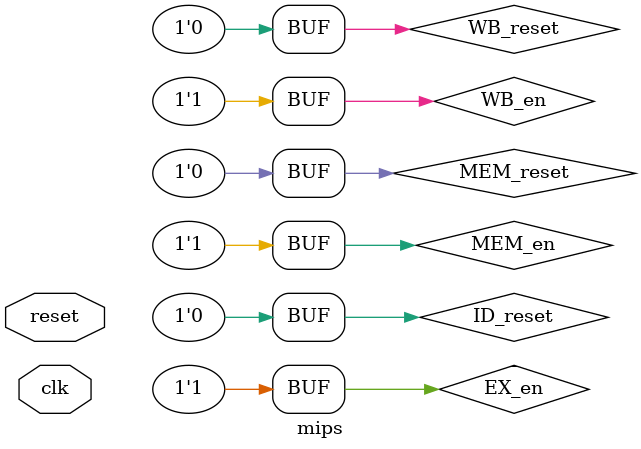
<source format=v>
`timescale 1ns / 1ps
module mips(
    input clk,
    input reset
    );

	`define op 31:26
	`define rs 25:21
	`define rt 20:16
	`define rd 15:11
	`define shamt 10:6
	`define func 5:0
	`define imm16 15:0
	`define imm26 25:0
	
	 wire PC_en;
	 wire[1:0] PC_sel;
    wire[31:0] PC;
	 wire[31:0] PC4;
	 wire[31:0] Instr;
	 wire ID_en;
	 wire EX_en;
	 wire MEM_en;
	 wire WB_en;
	 wire ID_reset;
	 wire EX_reset;
	 wire MEM_reset;
	 wire WB_reset;
	 wire[31:0] IR_D;
	 wire[31:0] PC_D;
    wire[31:0] PC4_D;
    wire[31:0] PC8_D;
	 wire[31:0] IR_E;
	 wire[31:0] PC_E;
    wire[31:0] PC4_E;
    wire[31:0] PC8_E;
	 wire[31:0] IR_M;
	 wire[31:0] PC_M;
    wire[31:0] PC4_M;
    wire[31:0] PC8_M;
	 wire[31:0] IR_W;
	 wire[31:0] PC_W;
    wire[31:0] PC4_W;
    wire[31:0] PC8_W;
	 wire Zero;
    wire Branch;
	 wire if_j;
	 wire[1:0] EXTop;
	 
	 wire[2:0] ALUCtrl;
    wire[1:0] RegDst;
    wire ALUASrc;
	 wire ALUBSrc;
    wire RegWrite;
    wire MemRead;
    wire MemWrite;
    wire [1:0] MemtoReg;
	 
    wire [31:0] RS_E;
    wire [31:0] RT_E;
    wire [31:0] EXT_E; 
	 wire [31:0] AO_M; 
	 wire [31:0] RT_M; 
	 wire [31:0] DR_W; 
	 wire [31:0] AO_W; 
	 
    wire[4:0] MUX_A3;
    wire[31:0] MUX_WD;
    wire[31:0] RF_RD1;
    wire[31:0] RF_RD2;
	 wire[31:0] MFRSD;
	 wire[31:0] MFRTD;
    wire[31:0] MFRSE;
    wire[31:0] MFRTE;
    wire[31:0] MFRTM;
	 wire[31:0] EXT_out;
	 wire[31:0] ALU_A;
	 wire[31:0] ALU_B;
	 wire[31:0] ALU_out;
	 wire[31:0] DM_out;
	 wire[31:0] next_pc;
	 wire[2:0] ForwardRSD;
	 wire[2:0] ForwardRTD;	
	 wire[2:0] ForwardRSE;	
	 wire[2:0] ForwardRTE;	
	 wire[2:0] ForwardRTM;
		
	 assign EX_en = 1;
	 assign MEM_en = 1;
	 assign WB_en = 1;
	 assign ID_reset = 0;
	 assign MEM_reset = 0;
	 assign WB_reset = 0;
	 assign PC4 = PC + 4;
	 
	 pc my_pc(clk,reset,PC_en,next_pc,PC);
	 im my_im(PC,Instr);
	 
	 ID my_ID(clk,ID_reset||reset,ID_en,Instr,PC,IR_D,PC_D,PC4_D,PC8_D);
	 controller my_controllerD(.op(IR_D[`op]),.func(IR_D[`func]),.ExtOp(EXTop),.Branch(Branch),.if_j(if_j),.PCsel(PC_sel));
	 grf my_grf(clk,reset,RegWrite,IR_D[`rs],IR_D[`rt],MUX_A3,MUX_WD,PC_W,RF_RD1,RF_RD2);
	 cmp my_cmp(MFRSD,MFRTD,Zero);
	 ext my_ext(IR_D[`imm16],EXTop,EXT_out);
	 npc my_npc(PC4,PC4_D,IR_D[`imm26],MFRSD,Zero,Branch,if_j,PC_sel,next_pc);
	 
	 EX my_EX(clk,EX_reset||reset,EX_en,IR_D,PC_D,PC4_D,PC8_D,MFRSD,MFRTD,EXT_out,IR_E,PC_E,PC4_E,PC8_E,RS_E,RT_E,EXT_E);
	 controller my_controllerE(.op(IR_E[`op]),.func(IR_E[`func]),.ALUCtrl(ALUCtrl),.ALUASrc(ALUASrc),.ALUBSrc(ALUBSrc));
	 alu my_alu(ALU_A,ALU_B,ALUCtrl,ALU_out);
	 
	 MEM my_MEM(clk,MEM_reset||reset,MEM_en,IR_E,PC_E,PC4_E,PC8_E,ALU_out,MFRTE,IR_M,PC_M,PC4_M,PC8_M,AO_M,RT_M);
	 controller my_controllerM(.op(IR_M[`op]),.func(IR_M[`func]),.MemRead(MemRead),.MemWrite(MemWrite));
	 dm my_dm(clk,reset,MemWrite,MemRead,AO_M,MFRTM,PC_M,DM_out);
	 
	 WB my_WB(clk,WB_reset||reset,WB_en,IR_M,PC_M,PC4_M,PC8_M,AO_M,DM_out,IR_W,PC_W,PC4_W,PC8_W,AO_W,DR_W);
	 controller my_controllerW(.op(IR_W[`op]),.func(IR_W[`func]),.RegDst(RegDst),.RegWrite(RegWrite),.MemtoReg(MemtoReg));
	 
	 mux my_mux(EXT_E,IR_E,IR_W,DR_W,AO_W,PC8_W,MFRSE,MFRTE,ALUASrc,ALUBSrc,RegDst,MemtoReg,ALU_A,ALU_B,MUX_A3,MUX_WD);
	 forward_mux my_forward(RS_E,RT_E,RT_M,MUX_WD,AO_M,PC8_E,PC8_M,PC8_W,RF_RD1,RF_RD2,ForwardRSD,ForwardRTD,ForwardRSE,ForwardRTE,ForwardRTM,MFRSD,MFRTD,MFRSE,MFRTE,MFRTM);
	 hazardUnit my_hazard(IR_D,IR_E,IR_M,IR_W,ID_en,EX_reset,PC_en,ForwardRSD,ForwardRTD,ForwardRSE,ForwardRTE,ForwardRTM);
endmodule

</source>
